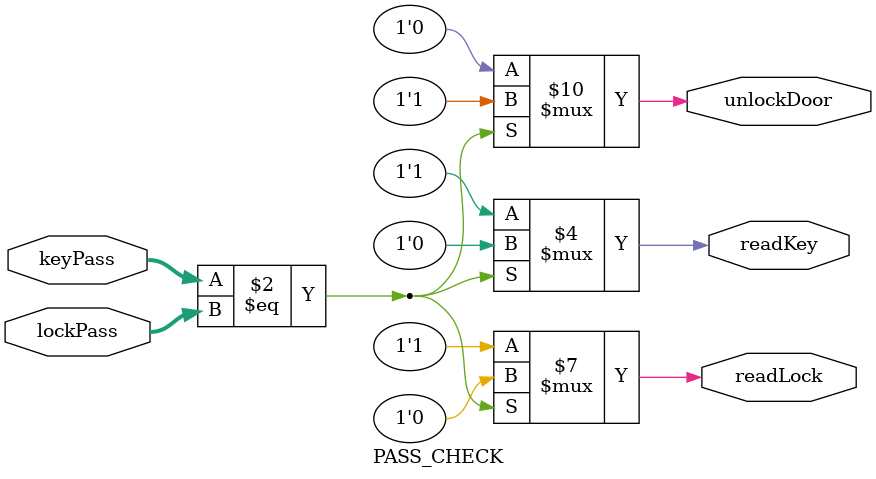
<source format=v>
module PASS_CHECK ( keyPass, lockPass, unlockDoor, readLock, readKey );
	
	input[31:0] keyPass;              // Previous/Original password present in the Key.
	input[31:0] lockPass;             // Previous/Original password present in the Lock.
	output reg unlockDoor;			  // unlockDoor : 1 ==> Passwords match and door must be unlocked,0 ==> Passwords donot match.
			 
	output reg readLock;			  // Variable to decide if Password must be read or written onto Lock.
	output reg readKey;				  // Variable to decide if Password must be read or written onto Lock.

	always @(keyPass or lockPass)
	begin
			$display("Current Password in Key = %d", keyPass);
			$display("Current Password in Lock = %d", lockPass);
			if ( keyPass == lockPass )
			begin
				unlockDoor = 1'b1;
				readLock = 0;  // passwords in lock can be updated because the passwords have matched
				readKey = 0;  // passwords in lock can be updated because the passwords have matched
				$display("The passwords match! Updating the passwords...\n\n");
			end
			else
			begin
				$display("The passwords donot match!");
				unlockDoor = 0;
				readLock = 1;
				readKey = 1;
			end
	end
	
endmodule
</source>
